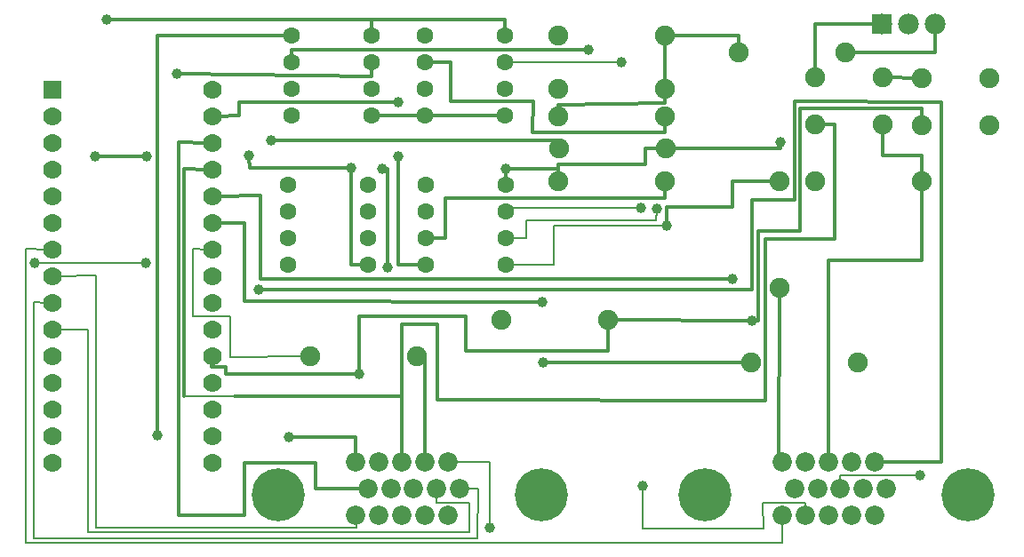
<source format=gbl>
G04 MADE WITH FRITZING*
G04 WWW.FRITZING.ORG*
G04 DOUBLE SIDED*
G04 HOLES PLATED*
G04 CONTOUR ON CENTER OF CONTOUR VECTOR*
%ASAXBY*%
%FSLAX23Y23*%
%MOIN*%
%OFA0B0*%
%SFA1.0B1.0*%
%ADD10C,0.063000*%
%ADD11C,0.070000*%
%ADD12C,0.078000*%
%ADD13C,0.075000*%
%ADD14C,0.198889*%
%ADD15C,0.072113*%
%ADD16C,0.039370*%
%ADD17R,0.069972X0.070000*%
%ADD18R,0.078000X0.078000*%
%ADD19C,0.008000*%
%ADD20C,0.012000*%
%LNCOPPER0*%
G90*
G70*
G54D10*
X1562Y1957D03*
X1562Y1857D03*
X1562Y1757D03*
X1562Y1657D03*
X1862Y1657D03*
X1862Y1757D03*
X1862Y1857D03*
X1862Y1957D03*
X1564Y1396D03*
X1564Y1296D03*
X1564Y1196D03*
X1564Y1096D03*
X1864Y1096D03*
X1864Y1196D03*
X1864Y1296D03*
X1864Y1396D03*
X1048Y1398D03*
X1048Y1298D03*
X1048Y1198D03*
X1048Y1098D03*
X1348Y1098D03*
X1348Y1198D03*
X1348Y1298D03*
X1348Y1398D03*
G54D11*
X163Y1755D03*
X163Y1655D03*
X163Y1555D03*
X163Y1455D03*
X163Y1355D03*
X163Y1255D03*
X163Y1155D03*
X163Y1055D03*
X163Y955D03*
X163Y855D03*
X163Y755D03*
X163Y655D03*
X163Y555D03*
X163Y455D03*
X163Y355D03*
X763Y1755D03*
X763Y1655D03*
X763Y1555D03*
X763Y1455D03*
X763Y1355D03*
X763Y1255D03*
X763Y1155D03*
X763Y1055D03*
X763Y955D03*
X763Y855D03*
X763Y755D03*
X763Y655D03*
X763Y555D03*
X763Y455D03*
X763Y355D03*
G54D10*
X1061Y1956D03*
X1061Y1856D03*
X1061Y1756D03*
X1061Y1656D03*
X1361Y1656D03*
X1361Y1756D03*
X1361Y1856D03*
X1361Y1956D03*
G54D12*
X3275Y2001D03*
X3375Y2001D03*
X3475Y2001D03*
G54D13*
X3184Y730D03*
X2784Y730D03*
X1530Y753D03*
X1130Y753D03*
X2062Y1410D03*
X2462Y1410D03*
X2064Y1535D03*
X2464Y1535D03*
X2061Y1652D03*
X2461Y1652D03*
X2061Y1756D03*
X2461Y1756D03*
X2061Y1956D03*
X2461Y1956D03*
G54D14*
X1012Y235D03*
G54D15*
X1302Y356D03*
X1389Y356D03*
X1475Y356D03*
X1561Y356D03*
X1647Y356D03*
X1347Y256D03*
X1433Y256D03*
X1519Y256D03*
X1605Y256D03*
X1691Y256D03*
X1302Y156D03*
X1389Y156D03*
X1475Y156D03*
X1561Y156D03*
X1647Y156D03*
G54D14*
X1997Y235D03*
X1012Y235D03*
G54D15*
X1302Y356D03*
X1389Y356D03*
X1475Y356D03*
X1561Y356D03*
X1647Y356D03*
X1347Y256D03*
X1433Y256D03*
X1519Y256D03*
X1605Y256D03*
X1691Y256D03*
X1302Y156D03*
X1389Y156D03*
X1475Y156D03*
X1561Y156D03*
X1647Y156D03*
G54D14*
X1997Y235D03*
X2612Y235D03*
G54D15*
X2902Y356D03*
X2989Y356D03*
X3075Y356D03*
X3161Y356D03*
X3247Y356D03*
X2947Y256D03*
X3033Y256D03*
X3119Y256D03*
X3205Y256D03*
X3291Y256D03*
X2902Y156D03*
X2989Y156D03*
X3075Y156D03*
X3161Y156D03*
X3247Y156D03*
G54D14*
X3597Y235D03*
X2612Y235D03*
G54D15*
X2902Y356D03*
X2989Y356D03*
X3075Y356D03*
X3161Y356D03*
X3247Y356D03*
X2947Y256D03*
X3033Y256D03*
X3119Y256D03*
X3205Y256D03*
X3291Y256D03*
X2902Y156D03*
X2989Y156D03*
X3075Y156D03*
X3161Y156D03*
X3247Y156D03*
G54D14*
X3597Y235D03*
G54D16*
X559Y457D03*
X1283Y1461D03*
X1864Y1456D03*
X1401Y1456D03*
X632Y1812D03*
X97Y1104D03*
X515Y1104D03*
G54D13*
X3023Y1799D03*
X3279Y1799D03*
X3023Y1622D03*
X3279Y1622D03*
X3423Y1797D03*
X3679Y1797D03*
X3423Y1620D03*
X3679Y1620D03*
G54D16*
X2895Y1556D03*
X2175Y1904D03*
X2298Y1857D03*
X936Y1003D03*
G54D13*
X2891Y1010D03*
X2891Y1410D03*
G54D16*
X1421Y1087D03*
X1461Y1503D03*
X1461Y1706D03*
X2714Y1045D03*
X2467Y1244D03*
X2370Y1309D03*
X2431Y1308D03*
X2377Y268D03*
G54D13*
X1847Y890D03*
X2247Y890D03*
X3024Y1409D03*
X3424Y1409D03*
X2736Y1894D03*
X3136Y1894D03*
G54D16*
X2005Y729D03*
X2002Y957D03*
X369Y2016D03*
X985Y1562D03*
X325Y1502D03*
X518Y1504D03*
X902Y1506D03*
X2789Y886D03*
X1314Y687D03*
X1050Y451D03*
X3418Y307D03*
X1804Y109D03*
G54D17*
X163Y1755D03*
G54D18*
X3275Y2001D03*
G54D19*
X1303Y111D02*
X328Y111D01*
D02*
X328Y111D02*
X328Y1056D01*
D02*
X1303Y134D02*
X1303Y111D01*
D02*
X328Y1056D02*
X181Y1055D01*
D02*
X94Y71D02*
X94Y956D01*
D02*
X94Y956D02*
X145Y955D01*
D02*
X1759Y71D02*
X94Y71D01*
D02*
X1762Y256D02*
X1759Y71D01*
D02*
X1714Y256D02*
X1762Y256D01*
G54D20*
D02*
X1045Y1956D02*
X559Y1957D01*
D02*
X559Y1957D02*
X559Y465D01*
D02*
X1862Y2017D02*
X1862Y1973D01*
D02*
X1361Y2017D02*
X1862Y2017D01*
D02*
X1361Y1972D02*
X1361Y2017D01*
D02*
X1061Y1904D02*
X2167Y1904D01*
D02*
X1061Y1872D02*
X1061Y1904D01*
D02*
X2386Y1535D02*
X2446Y1535D01*
D02*
X2386Y1475D02*
X2386Y1535D01*
D02*
X2062Y1475D02*
X2386Y1475D01*
D02*
X2062Y1428D02*
X2062Y1475D01*
D02*
X863Y1656D02*
X781Y1655D01*
D02*
X1461Y1096D02*
X1461Y1495D01*
D02*
X1453Y1706D02*
X863Y1706D01*
D02*
X863Y1706D02*
X863Y1656D01*
D02*
X1548Y1096D02*
X1461Y1096D01*
D02*
X884Y157D02*
X636Y157D01*
D02*
X884Y354D02*
X884Y157D01*
D02*
X1152Y354D02*
X884Y354D01*
D02*
X636Y157D02*
X636Y1556D01*
D02*
X1152Y256D02*
X1152Y354D01*
D02*
X636Y1556D02*
X745Y1555D01*
D02*
X1325Y256D02*
X1152Y256D01*
D02*
X2461Y1592D02*
X2461Y1634D01*
D02*
X1658Y1857D02*
X1658Y1710D01*
D02*
X1658Y1710D02*
X1966Y1710D01*
D02*
X1966Y1710D02*
X1965Y1592D01*
D02*
X1965Y1592D02*
X2461Y1592D01*
D02*
X1578Y1857D02*
X1658Y1857D01*
D02*
X1864Y1448D02*
X1864Y1412D01*
D02*
X2062Y1456D02*
X1871Y1456D01*
D02*
X2062Y1428D02*
X2062Y1456D01*
D02*
X1283Y1098D02*
X1283Y1453D01*
D02*
X1332Y1098D02*
X1283Y1098D01*
D02*
X1561Y750D02*
X1561Y378D01*
D02*
X1547Y751D02*
X1561Y750D01*
D02*
X2461Y1347D02*
X2462Y1393D01*
D02*
X1639Y1347D02*
X2461Y1347D01*
D02*
X1639Y1198D02*
X1639Y1347D01*
D02*
X1580Y1196D02*
X1639Y1198D01*
D02*
X1421Y1456D02*
X1409Y1456D01*
D02*
X1421Y1095D02*
X1421Y1456D01*
G54D19*
D02*
X1729Y92D02*
X297Y92D01*
D02*
X297Y92D02*
X297Y853D01*
D02*
X1729Y205D02*
X1729Y92D01*
D02*
X1605Y234D02*
X1605Y205D01*
D02*
X1605Y205D02*
X1729Y205D01*
D02*
X297Y853D02*
X181Y855D01*
G54D20*
D02*
X639Y1812D02*
X1361Y1805D01*
D02*
X1361Y1805D02*
X1361Y1840D01*
D02*
X2064Y1562D02*
X2064Y1553D01*
G54D19*
D02*
X105Y1104D02*
X507Y1104D01*
G54D20*
D02*
X2895Y1549D02*
X2895Y1535D01*
D02*
X2895Y1535D02*
X2481Y1535D01*
D02*
X2887Y356D02*
X2890Y992D01*
D02*
X2880Y356D02*
X2887Y356D01*
D02*
X993Y1562D02*
X2064Y1562D01*
D02*
X2836Y1194D02*
X2836Y587D01*
D02*
X2836Y587D02*
X1609Y589D01*
D02*
X3098Y1194D02*
X2836Y1194D01*
G54D19*
D02*
X691Y903D02*
X691Y1156D01*
D02*
X830Y903D02*
X691Y903D01*
D02*
X691Y1156D02*
X745Y1155D01*
D02*
X830Y750D02*
X830Y903D01*
D02*
X1112Y752D02*
X830Y750D01*
D02*
X2290Y1857D02*
X1878Y1857D01*
D02*
X2459Y1244D02*
X2045Y1244D01*
D02*
X2045Y1096D02*
X1880Y1096D01*
D02*
X2045Y1244D02*
X2045Y1096D01*
G54D20*
D02*
X2013Y729D02*
X2767Y730D01*
D02*
X885Y959D02*
X1995Y957D01*
D02*
X885Y1255D02*
X885Y959D01*
D02*
X781Y1255D02*
X885Y1255D01*
D02*
X3098Y1194D02*
X3098Y1622D01*
D02*
X3098Y1622D02*
X3041Y1622D01*
D02*
X1609Y872D02*
X1475Y872D01*
D02*
X1609Y589D02*
X1609Y872D01*
D02*
X1475Y872D02*
X1475Y605D01*
G54D19*
D02*
X63Y1156D02*
X145Y1155D01*
D02*
X63Y54D02*
X63Y1156D01*
D02*
X2902Y54D02*
X63Y54D01*
D02*
X2902Y134D02*
X2902Y54D01*
G54D20*
D02*
X944Y1356D02*
X781Y1355D01*
D02*
X944Y1043D02*
X944Y1356D01*
D02*
X2706Y1045D02*
X944Y1043D01*
D02*
X3497Y356D02*
X3269Y356D01*
D02*
X3497Y1708D02*
X3497Y356D01*
D02*
X2947Y1711D02*
X3497Y1708D01*
D02*
X2947Y1339D02*
X2947Y1711D01*
D02*
X2788Y1339D02*
X2947Y1339D01*
D02*
X2788Y1003D02*
X2788Y1339D01*
D02*
X943Y1003D02*
X2788Y1003D01*
G54D19*
D02*
X2989Y205D02*
X2989Y178D01*
D02*
X2378Y106D02*
X2830Y106D01*
D02*
X2830Y106D02*
X2826Y205D01*
D02*
X2826Y205D02*
X2989Y205D01*
D02*
X1864Y1309D02*
X2362Y1309D01*
D02*
X1864Y1312D02*
X1864Y1309D01*
D02*
X1942Y1196D02*
X1942Y1263D01*
D02*
X1942Y1263D02*
X2429Y1263D01*
D02*
X2429Y1263D02*
X2430Y1300D01*
D02*
X1880Y1196D02*
X1942Y1196D01*
D02*
X2377Y260D02*
X2378Y106D01*
G54D20*
D02*
X3475Y1894D02*
X3475Y1982D01*
D02*
X3153Y1894D02*
X3475Y1894D01*
D02*
X3424Y1506D02*
X3279Y1506D01*
D02*
X3279Y1506D02*
X3279Y1604D01*
D02*
X3424Y1427D02*
X3424Y1506D01*
D02*
X1314Y905D02*
X1314Y695D01*
D02*
X813Y713D02*
X761Y713D01*
D02*
X761Y713D02*
X762Y737D01*
D02*
X813Y686D02*
X813Y713D01*
D02*
X1714Y774D02*
X1714Y905D01*
D02*
X1714Y905D02*
X1314Y905D01*
D02*
X1306Y687D02*
X813Y686D01*
D02*
X2247Y774D02*
X1714Y774D01*
D02*
X2247Y873D02*
X2247Y774D01*
D02*
X3297Y1799D02*
X3406Y1797D01*
D02*
X2781Y886D02*
X2264Y890D01*
D02*
X2810Y1222D02*
X2810Y886D01*
D02*
X2810Y886D02*
X2797Y886D01*
D02*
X2969Y1222D02*
X2810Y1222D01*
D02*
X2969Y1683D02*
X2969Y1222D01*
D02*
X3425Y1683D02*
X2969Y1683D01*
D02*
X3424Y1637D02*
X3425Y1683D01*
D02*
X377Y2016D02*
X1361Y2016D01*
D02*
X1361Y2016D02*
X1361Y1972D01*
D02*
X333Y1503D02*
X510Y1504D01*
D02*
X1475Y609D02*
X1475Y605D01*
D02*
X1475Y378D02*
X1475Y609D01*
D02*
X903Y1461D02*
X902Y1498D01*
D02*
X1275Y1461D02*
X903Y1461D01*
D02*
X2714Y1410D02*
X2714Y1312D01*
D02*
X2714Y1312D02*
X2467Y1312D01*
D02*
X2467Y1312D02*
X2467Y1252D01*
D02*
X2873Y1410D02*
X2714Y1410D01*
D02*
X2460Y1705D02*
X2060Y1697D01*
D02*
X2060Y1697D02*
X2060Y1669D01*
D02*
X2460Y1739D02*
X2460Y1705D01*
D02*
X1578Y1657D02*
X1846Y1657D01*
D02*
X1377Y1656D02*
X1546Y1657D01*
D02*
X3424Y1112D02*
X3075Y1112D01*
D02*
X3075Y1112D02*
X3075Y378D01*
D02*
X3424Y1392D02*
X3424Y1112D01*
D02*
X3023Y2001D02*
X3256Y2001D01*
D02*
X3023Y1816D02*
X3023Y2001D01*
D02*
X2736Y1956D02*
X2478Y1956D01*
D02*
X2736Y1911D02*
X2736Y1956D01*
D02*
X2461Y1774D02*
X2461Y1939D01*
D02*
X849Y605D02*
X1475Y605D01*
G54D19*
D02*
X659Y605D02*
X849Y605D01*
G54D20*
D02*
X659Y1456D02*
X659Y605D01*
D02*
X745Y1455D02*
X659Y1456D01*
D02*
X1302Y451D02*
X1058Y451D01*
D02*
X1302Y378D02*
X1302Y451D01*
G54D19*
D02*
X3119Y306D02*
X3410Y306D01*
D02*
X3119Y278D02*
X3119Y306D01*
D02*
X1804Y356D02*
X1804Y117D01*
D02*
X1669Y356D02*
X1804Y356D01*
G04 End of Copper0*
M02*
</source>
